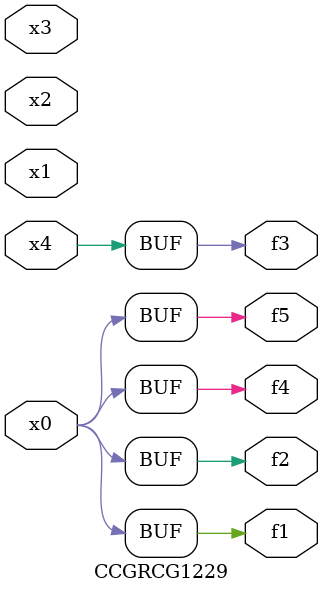
<source format=v>
module CCGRCG1229(
	input x0, x1, x2, x3, x4,
	output f1, f2, f3, f4, f5
);
	assign f1 = x0;
	assign f2 = x0;
	assign f3 = x4;
	assign f4 = x0;
	assign f5 = x0;
endmodule

</source>
